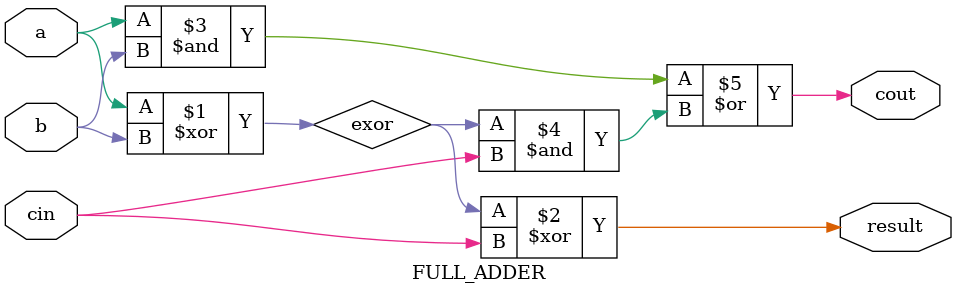
<source format=v>
`timescale 1ns / 1ps
module FULL_ADDER(
    input a,
    input b,
    input cin,
    output result,
    output cout
    );
	 wire exor;
	 assign exor=a^b;
	 assign result=exor^cin;
	 assign cout=a&b |  exor&cin;

endmodule

</source>
